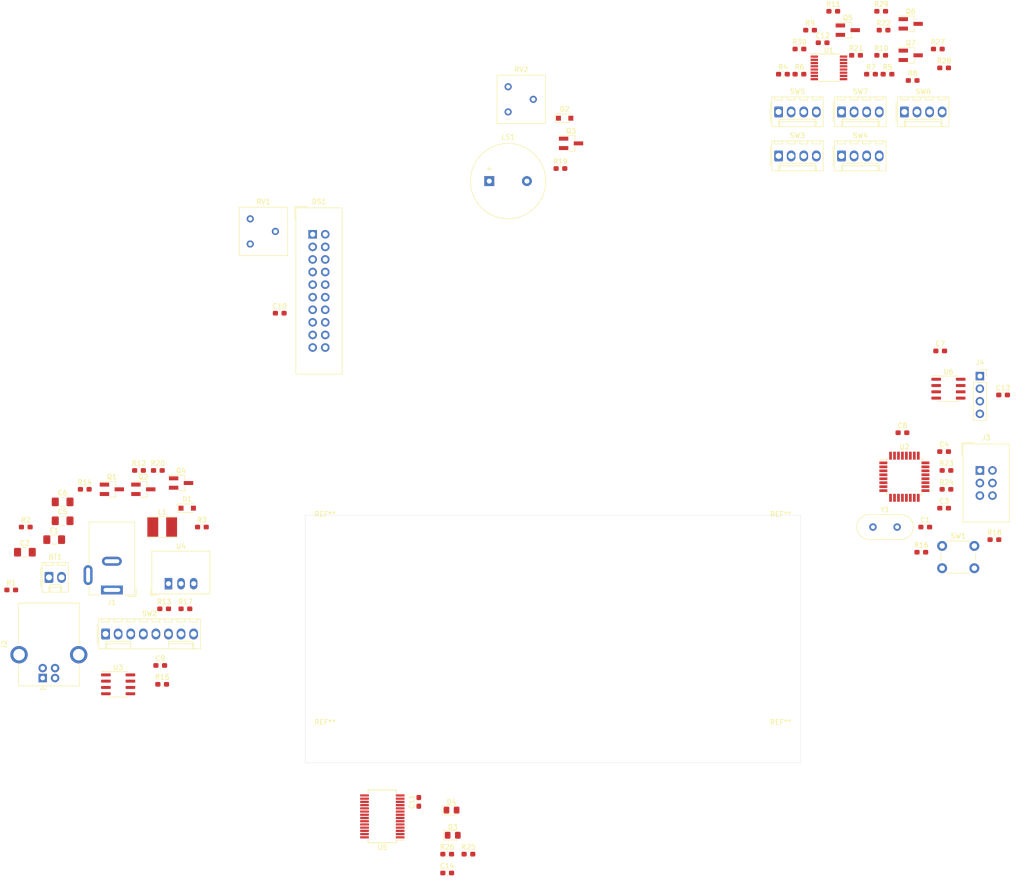
<source format=kicad_pcb>
(kicad_pcb (version 20171130) (host pcbnew "(5.1.5)-3")
  (title_block (date 2020-02-08))
  (layers (0 F.Cu signal) (31 B.Cu signal) (36 B.SilkS user) (37 F.SilkS user) (38 B.Mask user) (39 F.Mask user) (44 Edge.Cuts user))
  (net 0 "")
  (net 1 "Net-(BT1-Pad1)")
  (net 2 "Net-(BT1-Pad2)")
  (net 3 ~RST)
  (net 4 ~DTR)
  (net 5 BAT)
  (net 6 GND)
  (net 7 /XTAL1)
  (net 8 /XTAL2)
  (net 9 "Net-(C5-Pad1)")
  (net 10 "Net-(C6-Pad1)")
  (net 11 +5V)
  (net 12 +3V3)
  (net 13 "Net-(D1-Pad2)")
  (net 14 "Net-(D2-Pad1)")
  (net 15 /~TXLED)
  (net 16 "Net-(D3-Pad2)")
  (net 17 "Net-(D4-Pad2)")
  (net 18 /~RXLED)
  (net 19 "Net-(DS1-Pad3)")
  (net 20 LCD_RS)
  (net 21 LCD_E)
  (net 22 "Net-(DS1-Pad7)")
  (net 23 "Net-(DS1-Pad8)")
  (net 24 "Net-(DS1-Pad9)")
  (net 25 "Net-(DS1-Pad10)")
  (net 26 LCD_D4)
  (net 27 LCD_D5)
  (net 28 LCD_D6)
  (net 29 LCD_D7)
  (net 30 SCR_R+)
  (net 31 SCR_G+)
  (net 32 SCR_B+)
  (net 33 GNDS)
  (net 34 "Net-(J2-Pad1)")
  (net 35 USBD-)
  (net 36 USBD+)
  (net 37 "Net-(J2-Pad5)")
  (net 38 /MISO)
  (net 39 /SCLK)
  (net 40 /MOSI)
  (net 41 SDA)
  (net 42 SCL)
  (net 43 "Net-(Q2-Pad1)")
  (net 44 "Net-(Q3-Pad2)")
  (net 45 "Net-(Q3-Pad1)")
  (net 46 "Net-(Q4-Pad1)")
  (net 47 "Net-(Q4-Pad3)")
  (net 48 SCR_B-)
  (net 49 "Net-(Q5-Pad3)")
  (net 50 "Net-(Q6-Pad3)")
  (net 51 SCR_R-)
  (net 52 SCR_G-)
  (net 53 "Net-(Q7-Pad3)")
  (net 54 "Net-(R1-Pad1)")
  (net 55 "Net-(R4-Pad2)")
  (net 56 LED1)
  (net 57 "Net-(R5-Pad2)")
  (net 58 LED2)
  (net 59 LED3)
  (net 60 "Net-(R6-Pad2)")
  (net 61 "Net-(R7-Pad2)")
  (net 62 LED4)
  (net 63 LED5)
  (net 64 "Net-(R8-Pad2)")
  (net 65 "Net-(R9-Pad2)")
  (net 66 "Net-(R10-Pad2)")
  (net 67 "Net-(R11-Pad2)")
  (net 68 "Net-(R12-Pad1)")
  (net 69 "Net-(R14-Pad1)")
  (net 70 SPK)
  (net 71 PROG~EN)
  (net 72 USB~RST)
  (net 73 BTN1)
  (net 74 BTN2)
  (net 75 BTN3)
  (net 76 BTN4)
  (net 77 BTN5)
  (net 78 "Net-(U2-Pad20)")
  (net 79 "Net-(U2-Pad22)")
  (net 80 RXD)
  (net 81 TXD)
  (net 82 "Net-(U5-Pad3)")
  (net 83 "Net-(U5-Pad6)")
  (net 84 "Net-(U5-Pad9)")
  (net 85 "Net-(U5-Pad10)")
  (net 86 "Net-(U5-Pad12)")
  (net 87 "Net-(U5-Pad13)")
  (net 88 "Net-(U5-Pad14)")
  (net 89 "Net-(U5-Pad27)")
  (net 90 "Net-(U5-Pad28)")
  (module MountingHole:MountingHole_3.2mm_M3 (layer F.Cu) (at 196 74)
    (fp_text reference REF** (at 0 -4.2) (layer F.SilkS))
    (fp_text value MountingHole_3.2mm_M3)
    (pad 1 np_thru_hole circle (at 0 0) (size 3.2 3.2) (drill 3.2) (layers *.Cu *.Mask))
  )
  (module MountingHole:MountingHole_3.2mm_M3 (layer F.Cu) (at 196 116)
    (fp_text reference REF** (at 0 -4.2) (layer F.SilkS))
    (fp_text value MountingHole_3.2mm_M3)
    (pad 1 np_thru_hole circle (at 0 0) (size 3.2 3.2) (drill 3.2) (layers *.Cu *.Mask))
  )
  (module MountingHole:MountingHole_3.2mm_M3 (layer F.Cu) (at 104 116)
    (fp_text reference REF** (at 0 -4.2) (layer F.SilkS))
    (fp_text value MountingHole_3.2mm_M3)
    (pad 1 np_thru_hole circle (at 0 0) (size 3.2 3.2) (drill 3.2) (layers *.Cu *.Mask))
  )
  (module MountingHole:MountingHole_3.2mm_M3 (layer F.Cu) (at 104 74)
    (fp_text reference REF** (at 0 -4.2) (layer F.SilkS))
    (fp_text value MountingHole_3.2mm_M3)
    (pad 1 np_thru_hole circle (at 0 0) (size 3.2 3.2) (drill 3.2) (layers *.Cu *.Mask))
  )
  (module Connector_Molex:Molex_KK-254_AE-6410-02A_1x02_P2.54mm_Vertical (layer F.Cu) (at 48.26 82.55)
    (fp_text reference BT1 (at 1.27 -4.12) (layer F.SilkS))
    (fp_text value BX0023)
    (pad 1 thru_hole roundrect (at 0 0) (size 1.74 2.2) (drill 1.2) (layers *.Cu *.Mask) (roundrect_rratio 0.143678) (net 1 "Net-(BT1-Pad1)"))
    (pad 2 thru_hole oval (at 2.54 0) (size 1.74 2.2) (drill 1.2) (layers *.Cu *.Mask) (net 2 "Net-(BT1-Pad2)"))
  )
  (module Capacitor_SMD:C_0603_1608Metric_Pad1.05x0.95mm_HandSolder (layer F.Cu) (at 225.185 72.39)
    (fp_text reference C1 (at 0 -1.43) (layer F.SilkS))
    (fp_text value 100n)
    (pad 2 smd roundrect (at 0.875 0) (size 1.05 0.95) (layers F.Cu F.Paste F.Mask) (net 3 ~RST))
    (pad 1 smd roundrect (at -0.875 0) (size 1.05 0.95) (layers F.Cu F.Paste F.Mask) (net 4 ~DTR))
  )
  (module Capacitor_SMD:C_1206_3216Metric_Pad1.42x1.75mm_HandSolder (layer F.Cu) (at 43.3975 77.47)
    (fp_text reference C2 (at 0 -1.82) (layer F.SilkS))
    (fp_text value 10u)
    (pad 1 smd roundrect (at -1.4875 0) (size 1.425 1.75) (layers F.Cu F.Paste F.Mask) (roundrect_rratio 0.175439) (net 5 BAT))
    (pad 2 smd roundrect (at 1.4875 0) (size 1.425 1.75) (layers F.Cu F.Paste F.Mask) (roundrect_rratio 0.175439) (net 6 GND))
  )
  (module Capacitor_SMD:C_0603_1608Metric_Pad1.05x0.95mm_HandSolder (layer F.Cu) (at 228.995 68.58)
    (fp_text reference C3 (at 0 -1.43) (layer F.SilkS))
    (fp_text value 22p)
    (pad 1 smd roundrect (at -0.875 0) (size 1.05 0.95) (layers F.Cu F.Paste F.Mask) (net 6 GND))
    (pad 2 smd roundrect (at 0.875 0) (size 1.05 0.95) (layers F.Cu F.Paste F.Mask) (net 7 /XTAL1))
  )
  (module Capacitor_SMD:C_0603_1608Metric_Pad1.05x0.95mm_HandSolder (layer F.Cu) (at 228.995 57.15)
    (fp_text reference C4 (at 0 -1.43) (layer F.SilkS))
    (fp_text value 22p)
    (pad 2 smd roundrect (at 0.875 0) (size 1.05 0.95) (layers F.Cu F.Paste F.Mask) (net 8 /XTAL2))
    (pad 1 smd roundrect (at -0.875 0) (size 1.05 0.95) (layers F.Cu F.Paste F.Mask) (net 6 GND))
  )
  (module Capacitor_SMD:C_1206_3216Metric_Pad1.42x1.75mm_HandSolder (layer F.Cu) (at 51.0175 71.12)
    (fp_text reference C5 (at 0 -1.82) (layer F.SilkS))
    (fp_text value 4.7u)
    (pad 1 smd roundrect (at -1.4875 0) (size 1.425 1.75) (layers F.Cu F.Paste F.Mask) (roundrect_rratio 0.175439) (net 9 "Net-(C5-Pad1)"))
    (pad 2 smd roundrect (at 1.4875 0) (size 1.425 1.75) (layers F.Cu F.Paste F.Mask) (roundrect_rratio 0.175439) (net 6 GND))
  )
  (module Capacitor_SMD:C_1206_3216Metric_Pad1.42x1.75mm_HandSolder (layer F.Cu) (at 51.0175 67.31)
    (fp_text reference C6 (at 0 -1.82) (layer F.SilkS))
    (fp_text value 10u)
    (pad 2 smd roundrect (at 1.4875 0) (size 1.425 1.75) (layers F.Cu F.Paste F.Mask) (roundrect_rratio 0.175439) (net 6 GND))
    (pad 1 smd roundrect (at -1.4875 0) (size 1.425 1.75) (layers F.Cu F.Paste F.Mask) (roundrect_rratio 0.175439) (net 10 "Net-(C6-Pad1)"))
  )
  (module Capacitor_SMD:C_0603_1608Metric_Pad1.05x0.95mm_HandSolder (layer F.Cu) (at 228.205 36.83)
    (fp_text reference C7 (at 0 -1.43) (layer F.SilkS))
    (fp_text value 100n)
    (pad 1 smd roundrect (at -0.875 0) (size 1.05 0.95) (layers F.Cu F.Paste F.Mask) (net 11 +5V))
    (pad 2 smd roundrect (at 0.875 0) (size 1.05 0.95) (layers F.Cu F.Paste F.Mask) (net 6 GND))
  )
  (module Capacitor_SMD:C_0603_1608Metric_Pad1.05x0.95mm_HandSolder (layer F.Cu) (at 220.585 53.34)
    (fp_text reference C8 (at 0 -1.43) (layer F.SilkS))
    (fp_text value 100n)
    (pad 2 smd roundrect (at 0.875 0) (size 1.05 0.95) (layers F.Cu F.Paste F.Mask) (net 6 GND))
    (pad 1 smd roundrect (at -0.875 0) (size 1.05 0.95) (layers F.Cu F.Paste F.Mask) (net 11 +5V))
  )
  (module Capacitor_SMD:C_0603_1608Metric_Pad1.05x0.95mm_HandSolder (layer F.Cu) (at 70.725 100.33)
    (fp_text reference C9 (at 0 -1.43) (layer F.SilkS))
    (fp_text value 100n)
    (pad 2 smd roundrect (at 0.875 0) (size 1.05 0.95) (layers F.Cu F.Paste F.Mask) (net 6 GND))
    (pad 1 smd roundrect (at -0.875 0) (size 1.05 0.95) (layers F.Cu F.Paste F.Mask) (net 11 +5V))
  )
  (module Capacitor_SMD:C_0603_1608Metric_Pad1.05x0.95mm_HandSolder (layer F.Cu) (at 94.855 29.21)
    (fp_text reference C10 (at 0 -1.43) (layer F.SilkS))
    (fp_text value 100n)
    (pad 1 smd roundrect (at -0.875 0) (size 1.05 0.95) (layers F.Cu F.Paste F.Mask) (net 11 +5V))
    (pad 2 smd roundrect (at 0.875 0) (size 1.05 0.95) (layers F.Cu F.Paste F.Mask) (net 6 GND))
  )
  (module Capacitor_SMD:C_0603_1608Metric_Pad1.05x0.95mm_HandSolder (layer F.Cu) (at 122.936 127.875 90)
    (fp_text reference C11 (at 0 -1.43 90) (layer F.SilkS))
    (fp_text value 100n)
    (pad 1 smd roundrect (at -0.875 0 90) (size 1.05 0.95) (layers F.Cu F.Paste F.Mask) (net 11 +5V))
    (pad 2 smd roundrect (at 0.875 0 90) (size 1.05 0.95) (layers F.Cu F.Paste F.Mask) (net 6 GND))
  )
  (module Capacitor_SMD:C_0603_1608Metric_Pad1.05x0.95mm_HandSolder (layer F.Cu) (at 204.47 -25.4)
    (fp_text reference C12 (at 0 -1.43) (layer F.SilkS))
    (fp_text value 100n)
    (pad 1 smd roundrect (at -0.875 0) (size 1.05 0.95) (layers F.Cu F.Paste F.Mask) (net 11 +5V))
    (pad 2 smd roundrect (at 0.875 0) (size 1.05 0.95) (layers F.Cu F.Paste F.Mask) (net 6 GND))
  )
  (module Capacitor_SMD:C_0603_1608Metric_Pad1.05x0.95mm_HandSolder (layer F.Cu) (at 240.905 45.72)
    (fp_text reference C13 (at 0 -1.43) (layer F.SilkS))
    (fp_text value 100n)
    (pad 2 smd roundrect (at 0.875 0) (size 1.05 0.95) (layers F.Cu F.Paste F.Mask) (net 6 GND))
    (pad 1 smd roundrect (at -0.875 0) (size 1.05 0.95) (layers F.Cu F.Paste F.Mask) (net 11 +5V))
  )
  (module Capacitor_SMD:C_0603_1608Metric_Pad1.05x0.95mm_HandSolder (layer F.Cu) (at 128.665 142.24)
    (fp_text reference C14 (at 0 -1.43) (layer F.SilkS))
    (fp_text value 100n)
    (pad 1 smd roundrect (at -0.875 0) (size 1.05 0.95) (layers F.Cu F.Paste F.Mask) (net 12 +3V3))
    (pad 2 smd roundrect (at 0.875 0) (size 1.05 0.95) (layers F.Cu F.Paste F.Mask) (net 6 GND))
  )
  (module Diode_SMD:D_SOD-323_HandSoldering (layer F.Cu) (at 76.18 68.58)
    (fp_text reference D1 (at 0 -1.85) (layer F.SilkS))
    (fp_text value MM3Z7V5ST1G)
    (pad 1 smd rect (at -1.25 0) (size 1 1) (layers F.Cu F.Paste F.Mask) (net 5 BAT))
    (pad 2 smd rect (at 1.25 0) (size 1 1) (layers F.Cu F.Paste F.Mask) (net 13 "Net-(D1-Pad2)"))
  )
  (module Diode_SMD:D_SOD-323_HandSoldering (layer F.Cu) (at 152.38 -10.16)
    (fp_text reference D2 (at 0 -1.85) (layer F.SilkS))
    (fp_text value SS16HE)
    (pad 2 smd rect (at 1.25 0) (size 1 1) (layers F.Cu F.Paste F.Mask) (net 6 GND))
    (pad 1 smd rect (at -1.25 0) (size 1 1) (layers F.Cu F.Paste F.Mask) (net 14 "Net-(D2-Pad1)"))
  )
  (module LED_SMD:LED_0805_2012Metric_Pad1.15x1.40mm_HandSolder (layer F.Cu) (at 129.785 134.62)
    (fp_text reference D3 (at 0 -1.65) (layer F.SilkS))
    (fp_text value LTST-C171KRKT)
    (pad 1 smd roundrect (at -1.025 0) (size 1.15 1.4) (layers F.Cu F.Paste F.Mask) (roundrect_rratio 0.217391) (net 15 /~TXLED))
    (pad 2 smd roundrect (at 1.025 0) (size 1.15 1.4) (layers F.Cu F.Paste F.Mask) (roundrect_rratio 0.217391) (net 16 "Net-(D3-Pad2)"))
  )
  (module LED_SMD:LED_0805_2012Metric_Pad1.15x1.40mm_HandSolder (layer F.Cu) (at 129.54 129.54)
    (fp_text reference D4 (at 0 -1.65) (layer F.SilkS))
    (fp_text value LTSTS-C171KGKT)
    (pad 2 smd roundrect (at 1.025 0) (size 1.15 1.4) (layers F.Cu F.Paste F.Mask) (roundrect_rratio 0.217391) (net 17 "Net-(D4-Pad2)"))
    (pad 1 smd roundrect (at -1.025 0) (size 1.15 1.4) (layers F.Cu F.Paste F.Mask) (roundrect_rratio 0.217391) (net 18 /~RXLED))
  )
  (module Connector_IDC:IDC-Header_2x10_P2.54mm_Vertical (layer F.Cu) (at 101.505001 13.280001)
    (fp_text reference DS1 (at 1.27 -6.604) (layer F.SilkS))
    (fp_text value "NHD-0216K1Z-FS(RGB)-FBW-REV1")
    (pad 1 thru_hole rect (at 0 0) (size 1.7272 1.7272) (drill 1.016) (layers *.Cu *.Mask) (net 6 GND))
    (pad 2 thru_hole oval (at 2.54 0) (size 1.7272 1.7272) (drill 1.016) (layers *.Cu *.Mask) (net 11 +5V))
    (pad 3 thru_hole oval (at 0 2.54) (size 1.7272 1.7272) (drill 1.016) (layers *.Cu *.Mask) (net 19 "Net-(DS1-Pad3)"))
    (pad 4 thru_hole oval (at 2.54 2.54) (size 1.7272 1.7272) (drill 1.016) (layers *.Cu *.Mask) (net 20 LCD_RS))
    (pad 5 thru_hole oval (at 0 5.08) (size 1.7272 1.7272) (drill 1.016) (layers *.Cu *.Mask) (net 6 GND))
    (pad 6 thru_hole oval (at 2.54 5.08) (size 1.7272 1.7272) (drill 1.016) (layers *.Cu *.Mask) (net 21 LCD_E))
    (pad 7 thru_hole oval (at 0 7.62) (size 1.7272 1.7272) (drill 1.016) (layers *.Cu *.Mask) (net 22 "Net-(DS1-Pad7)"))
    (pad 8 thru_hole oval (at 2.54 7.62) (size 1.7272 1.7272) (drill 1.016) (layers *.Cu *.Mask) (net 23 "Net-(DS1-Pad8)"))
    (pad 9 thru_hole oval (at 0 10.16) (size 1.7272 1.7272) (drill 1.016) (layers *.Cu *.Mask) (net 24 "Net-(DS1-Pad9)"))
    (pad 10 thru_hole oval (at 2.54 10.16) (size 1.7272 1.7272) (drill 1.016) (layers *.Cu *.Mask) (net 25 "Net-(DS1-Pad10)"))
    (pad 11 thru_hole oval (at 0 12.7) (size 1.7272 1.7272) (drill 1.016) (layers *.Cu *.Mask) (net 26 LCD_D4))
    (pad 12 thru_hole oval (at 2.54 12.7) (size 1.7272 1.7272) (drill 1.016) (layers *.Cu *.Mask) (net 27 LCD_D5))
    (pad 13 thru_hole oval (at 0 15.24) (size 1.7272 1.7272) (drill 1.016) (layers *.Cu *.Mask) (net 28 LCD_D6))
    (pad 14 thru_hole oval (at 2.54 15.24) (size 1.7272 1.7272) (drill 1.016) (layers *.Cu *.Mask) (net 29 LCD_D7))
    (pad 15 thru_hole oval (at 0 17.78) (size 1.7272 1.7272) (drill 1.016) (layers *.Cu *.Mask) (net 6 GND))
    (pad 16 thru_hole oval (at 2.54 17.78) (size 1.7272 1.7272) (drill 1.016) (layers *.Cu *.Mask) (net 30 SCR_R+))
    (pad 17 thru_hole oval (at 0 20.32) (size 1.7272 1.7272) (drill 1.016) (layers *.Cu *.Mask) (net 31 SCR_G+))
    (pad 18 thru_hole oval (at 2.54 20.32) (size 1.7272 1.7272) (drill 1.016) (layers *.Cu *.Mask) (net 32 SCR_B+))
    (pad 19 thru_hole oval (at 0 22.86) (size 1.7272 1.7272) (drill 1.016) (layers *.Cu *.Mask))
    (pad 20 thru_hole oval (at 2.54 22.86) (size 1.7272 1.7272) (drill 1.016) (layers *.Cu *.Mask))
  )
  (module Fuse:Fuse_1206_3216Metric_Pad1.42x1.75mm_HandSolder (layer F.Cu) (at 49.3125 74.93)
    (fp_text reference F1 (at 0 -1.82) (layer F.SilkS))
    (fp_text value 0ZCJ0025AF2E)
    (pad 1 smd roundrect (at -1.4875 0) (size 1.425 1.75) (layers F.Cu F.Paste F.Mask) (roundrect_rratio 0.175439) (net 11 +5V))
    (pad 2 smd roundrect (at 1.4875 0) (size 1.425 1.75) (layers F.Cu F.Paste F.Mask) (roundrect_rratio 0.175439) (net 10 "Net-(C6-Pad1)"))
  )
  (module Connector_BarrelJack:BarrelJack_Wuerth_6941xx301002 (layer F.Cu) (at 60.96 85.09 180)
    (fp_text reference J1 (at 0 -2.5) (layer F.SilkS))
    (fp_text value 694106301002)
    (pad 3 thru_hole oval (at 4.8 3 270) (size 4 1.8) (drill oval 3 0.8) (layers *.Cu *.Mask) (net 2 "Net-(BT1-Pad2)"))
    (pad 2 thru_hole oval (at 0 5.8 180) (size 4 1.8) (drill oval 3 0.8) (layers *.Cu *.Mask) (net 33 GNDS))
    (pad 1 thru_hole rect (at 0 0 180) (size 4.4 1.8) (drill oval 3.4 0.8) (layers *.Cu *.Mask) (net 1 "Net-(BT1-Pad1)"))
  )
  (module Connector_USB:USB_B_OST_USB-B1HSxx_Horizontal (layer F.Cu) (at 46.99 102.87 90)
    (fp_text reference J2 (at 6.76 -7.77 90) (layer F.SilkS))
    (fp_text value UJ2-BH-1-TH)
    (pad 1 thru_hole rect (at 0 0 90) (size 1.7 1.7) (drill 0.92) (layers *.Cu *.Mask) (net 34 "Net-(J2-Pad1)"))
    (pad 2 thru_hole circle (at 0 2.5 90) (size 1.7 1.7) (drill 0.92) (layers *.Cu *.Mask) (net 35 USBD-))
    (pad 3 thru_hole circle (at 2 2.5 90) (size 1.7 1.7) (drill 0.92) (layers *.Cu *.Mask) (net 36 USBD+))
    (pad 4 thru_hole circle (at 2 0 90) (size 1.7 1.7) (drill 0.92) (layers *.Cu *.Mask) (net 33 GNDS))
    (pad 5 thru_hole circle (at 4.71 -4.77 90) (size 3.5 3.5) (drill 2.33) (layers *.Cu *.Mask) (net 37 "Net-(J2-Pad5)"))
    (pad 5 thru_hole circle (at 4.71 7.27 90) (size 3.5 3.5) (drill 2.33) (layers *.Cu *.Mask) (net 37 "Net-(J2-Pad5)"))
  )
  (module Connector_IDC:IDC-Header_2x03_P2.54mm_Vertical (layer F.Cu) (at 236.22 60.96)
    (fp_text reference J3 (at 1.27 -6.604) (layer F.SilkS))
    (fp_text value T821106A1S100CEU)
    (pad 1 thru_hole rect (at 0 0) (size 1.7272 1.7272) (drill 1.016) (layers *.Cu *.Mask) (net 38 /MISO))
    (pad 2 thru_hole oval (at 2.54 0) (size 1.7272 1.7272) (drill 1.016) (layers *.Cu *.Mask) (net 11 +5V))
    (pad 3 thru_hole oval (at 0 2.54) (size 1.7272 1.7272) (drill 1.016) (layers *.Cu *.Mask) (net 39 /SCLK))
    (pad 4 thru_hole oval (at 2.54 2.54) (size 1.7272 1.7272) (drill 1.016) (layers *.Cu *.Mask) (net 40 /MOSI))
    (pad 5 thru_hole oval (at 0 5.08) (size 1.7272 1.7272) (drill 1.016) (layers *.Cu *.Mask) (net 3 ~RST))
    (pad 6 thru_hole oval (at 2.54 5.08) (size 1.7272 1.7272) (drill 1.016) (layers *.Cu *.Mask) (net 6 GND))
  )
  (module Connector_PinSocket_2.54mm:PinSocket_1x04_P2.54mm_Vertical (layer F.Cu) (at 236.22 41.91)
    (fp_text reference J4 (at 0 -2.77) (layer F.SilkS))
    (fp_text value SSW-104-01-T-S)
    (pad 1 thru_hole rect (at 0 0) (size 1.7 1.7) (drill 1) (layers *.Cu *.Mask) (net 11 +5V))
    (pad 2 thru_hole oval (at 0 2.54) (size 1.7 1.7) (drill 1) (layers *.Cu *.Mask) (net 41 SDA))
    (pad 3 thru_hole oval (at 0 5.08) (size 1.7 1.7) (drill 1) (layers *.Cu *.Mask) (net 42 SCL))
    (pad 4 thru_hole oval (at 0 7.62) (size 1.7 1.7) (drill 1) (layers *.Cu *.Mask) (net 6 GND))
  )
  (module Inductor_SMD:L_Taiyo-Yuden_NR-40xx_HandSoldering (layer F.Cu) (at 71.12 72.39)
    (fp_text reference L1 (at 0 -3) (layer F.SilkS))
    (fp_text value 12u)
    (pad 1 smd rect (at -1.9 0) (size 2.2 3.9) (layers F.Cu F.Paste F.Mask) (net 5 BAT))
    (pad 2 smd rect (at 1.9 0) (size 2.2 3.9) (layers F.Cu F.Paste F.Mask) (net 9 "Net-(C5-Pad1)"))
  )
  (module Buzzer_Beeper:Buzzer_15x7.5RM7.6 (layer F.Cu) (at 137.16 2.54)
    (fp_text reference LS1 (at 3.81 -8.89) (layer F.SilkS))
    (fp_text value CVS-1508)
    (fp_text user + (at -0.01 -2.54) (layer F.SilkS))
    (pad 1 thru_hole rect (at 0 0) (size 2 2) (drill 1) (layers *.Cu *.Mask) (net 14 "Net-(D2-Pad1)"))
    (pad 2 thru_hole circle (at 7.6 0) (size 2 2) (drill 1) (layers *.Cu *.Mask) (net 6 GND))
  )
  (module Package_TO_SOT_SMD:SOT-23_Handsoldering (layer F.Cu) (at 60.96 64.77)
    (fp_text reference Q1 (at 0 -2.5) (layer F.SilkS))
    (fp_text value FDN340P)
    (pad 3 smd rect (at 1.5 0) (size 1.9 0.8) (layers F.Cu F.Paste F.Mask) (net 1 "Net-(BT1-Pad1)"))
    (pad 2 smd rect (at -1.5 0.95) (size 1.9 0.8) (layers F.Cu F.Paste F.Mask) (net 5 BAT))
    (pad 1 smd rect (at -1.5 -0.95) (size 1.9 0.8) (layers F.Cu F.Paste F.Mask) (net 13 "Net-(D1-Pad2)"))
  )
  (module Package_TO_SOT_SMD:SOT-23_Handsoldering (layer F.Cu) (at 67.31 64.77)
    (fp_text reference Q2 (at 0 -2.5) (layer F.SilkS))
    (fp_text value FDN340P)
    (pad 1 smd rect (at -1.5 -0.95) (size 1.9 0.8) (layers F.Cu F.Paste F.Mask) (net 43 "Net-(Q2-Pad1)"))
    (pad 2 smd rect (at -1.5 0.95) (size 1.9 0.8) (layers F.Cu F.Paste F.Mask) (net 10 "Net-(C6-Pad1)"))
    (pad 3 smd rect (at 1.5 0) (size 1.9 0.8) (layers F.Cu F.Paste F.Mask) (net 34 "Net-(J2-Pad1)"))
  )
  (module Package_TO_SOT_SMD:SOT-23_Handsoldering (layer F.Cu) (at 153.67 -5.08)
    (fp_text reference Q3 (at 0 -2.5) (layer F.SilkS))
    (fp_text value MMBT2222ALT1G)
    (pad 3 smd rect (at 1.5 0) (size 1.9 0.8) (layers F.Cu F.Paste F.Mask) (net 11 +5V))
    (pad 2 smd rect (at -1.5 0.95) (size 1.9 0.8) (layers F.Cu F.Paste F.Mask) (net 44 "Net-(Q3-Pad2)"))
    (pad 1 smd rect (at -1.5 -0.95) (size 1.9 0.8) (layers F.Cu F.Paste F.Mask) (net 45 "Net-(Q3-Pad1)"))
  )
  (module Package_TO_SOT_SMD:SOT-23_Handsoldering (layer F.Cu) (at 74.93 63.5)
    (fp_text reference Q4 (at 0 -2.5) (layer F.SilkS))
    (fp_text value FDN340P)
    (pad 1 smd rect (at -1.5 -0.95) (size 1.9 0.8) (layers F.Cu F.Paste F.Mask) (net 46 "Net-(Q4-Pad1)"))
    (pad 2 smd rect (at -1.5 0.95) (size 1.9 0.8) (layers F.Cu F.Paste F.Mask) (net 10 "Net-(C6-Pad1)"))
    (pad 3 smd rect (at 1.5 0) (size 1.9 0.8) (layers F.Cu F.Paste F.Mask) (net 47 "Net-(Q4-Pad3)"))
  )
  (module Package_TO_SOT_SMD:SOT-23_Handsoldering (layer F.Cu) (at 209.55 -27.94)
    (fp_text reference Q5 (at 0 -2.5) (layer F.SilkS))
    (fp_text value FDN340P)
    (pad 1 smd rect (at -1.5 -0.95) (size 1.9 0.8) (layers F.Cu F.Paste F.Mask) (net 48 SCR_B-))
    (pad 2 smd rect (at -1.5 0.95) (size 1.9 0.8) (layers F.Cu F.Paste F.Mask) (net 11 +5V))
    (pad 3 smd rect (at 1.5 0) (size 1.9 0.8) (layers F.Cu F.Paste F.Mask) (net 49 "Net-(Q5-Pad3)"))
  )
  (module Package_TO_SOT_SMD:SOT-23_Handsoldering (layer F.Cu) (at 222.25 -29.21)
    (fp_text reference Q6 (at 0 -2.5) (layer F.SilkS))
    (fp_text value FDN340P)
    (pad 3 smd rect (at 1.5 0) (size 1.9 0.8) (layers F.Cu F.Paste F.Mask) (net 50 "Net-(Q6-Pad3)"))
    (pad 2 smd rect (at -1.5 0.95) (size 1.9 0.8) (layers F.Cu F.Paste F.Mask) (net 11 +5V))
    (pad 1 smd rect (at -1.5 -0.95) (size 1.9 0.8) (layers F.Cu F.Paste F.Mask) (net 51 SCR_R-))
  )
  (module Package_TO_SOT_SMD:SOT-23_Handsoldering (layer F.Cu) (at 222.25 -22.86)
    (fp_text reference Q7 (at 0 -2.5) (layer F.SilkS))
    (fp_text value FDN340P)
    (pad 1 smd rect (at -1.5 -0.95) (size 1.9 0.8) (layers F.Cu F.Paste F.Mask) (net 52 SCR_G-))
    (pad 2 smd rect (at -1.5 0.95) (size 1.9 0.8) (layers F.Cu F.Paste F.Mask) (net 11 +5V))
    (pad 3 smd rect (at 1.5 0) (size 1.9 0.8) (layers F.Cu F.Paste F.Mask) (net 53 "Net-(Q7-Pad3)"))
  )
  (module Resistor_SMD:R_0603_1608Metric_Pad1.05x0.95mm_HandSolder (layer F.Cu) (at 40.64 85.09)
    (fp_text reference R1 (at 0 -1.43) (layer F.SilkS))
    (fp_text value 8.2k)
    (pad 1 smd roundrect (at -0.875 0) (size 1.05 0.95) (layers F.Cu F.Paste F.Mask) (net 54 "Net-(R1-Pad1)"))
    (pad 2 smd roundrect (at 0.875 0) (size 1.05 0.95) (layers F.Cu F.Paste F.Mask) (net 5 BAT))
  )
  (module Resistor_SMD:R_0603_1608Metric_Pad1.05x0.95mm_HandSolder (layer F.Cu) (at 43.575 72.39)
    (fp_text reference R2 (at 0 -1.43) (layer F.SilkS))
    (fp_text value 4.7k)
    (pad 2 smd roundrect (at 0.875 0) (size 1.05 0.95) (layers F.Cu F.Paste F.Mask) (net 54 "Net-(R1-Pad1)"))
    (pad 1 smd roundrect (at -0.875 0) (size 1.05 0.95) (layers F.Cu F.Paste F.Mask) (net 6 GND))
  )
  (module Resistor_SMD:R_0603_1608Metric_Pad1.05x0.95mm_HandSolder (layer F.Cu) (at 79.135 72.39)
    (fp_text reference R3 (at 0 -1.43) (layer F.SilkS))
    (fp_text value 100k)
    (pad 2 smd roundrect (at 0.875 0) (size 1.05 0.95) (layers F.Cu F.Paste F.Mask) (net 13 "Net-(D1-Pad2)"))
    (pad 1 smd roundrect (at -0.875 0) (size 1.05 0.95) (layers F.Cu F.Paste F.Mask) (net 6 GND))
  )
  (module Resistor_SMD:R_0603_1608Metric_Pad1.05x0.95mm_HandSolder (layer F.Cu) (at 196.455 -19.05)
    (fp_text reference R4 (at 0 -1.43) (layer F.SilkS))
    (fp_text value 120)
    (pad 2 smd roundrect (at 0.875 0) (size 1.05 0.95) (layers F.Cu F.Paste F.Mask) (net 55 "Net-(R4-Pad2)"))
    (pad 1 smd roundrect (at -0.875 0) (size 1.05 0.95) (layers F.Cu F.Paste F.Mask) (net 56 LED1))
  )
  (module Resistor_SMD:R_0603_1608Metric_Pad1.05x0.95mm_HandSolder (layer F.Cu) (at 217.565 -19.05)
    (fp_text reference R5 (at 0 -1.43) (layer F.SilkS))
    (fp_text value 120)
    (pad 2 smd roundrect (at 0.875 0) (size 1.05 0.95) (layers F.Cu F.Paste F.Mask) (net 57 "Net-(R5-Pad2)"))
    (pad 1 smd roundrect (at -0.875 0) (size 1.05 0.95) (layers F.Cu F.Paste F.Mask) (net 58 LED2))
  )
  (module Resistor_SMD:R_0603_1608Metric_Pad1.05x0.95mm_HandSolder (layer F.Cu) (at 199.785 -19.05)
    (fp_text reference R6 (at 0 -1.43) (layer F.SilkS))
    (fp_text value 120)
    (pad 1 smd roundrect (at -0.875 0) (size 1.05 0.95) (layers F.Cu F.Paste F.Mask) (net 59 LED3))
    (pad 2 smd roundrect (at 0.875 0) (size 1.05 0.95) (layers F.Cu F.Paste F.Mask) (net 60 "Net-(R6-Pad2)"))
  )
  (module Resistor_SMD:R_0603_1608Metric_Pad1.05x0.95mm_HandSolder (layer F.Cu) (at 214.235 -19.05)
    (fp_text reference R7 (at 0 -1.43) (layer F.SilkS))
    (fp_text value 120)
    (pad 2 smd roundrect (at 0.875 0) (size 1.05 0.95) (layers F.Cu F.Paste F.Mask) (net 61 "Net-(R7-Pad2)"))
    (pad 1 smd roundrect (at -0.875 0) (size 1.05 0.95) (layers F.Cu F.Paste F.Mask) (net 62 LED4))
  )
  (module Resistor_SMD:R_0603_1608Metric_Pad1.05x0.95mm_HandSolder (layer F.Cu) (at 222.645 -17.78)
    (fp_text reference R8 (at 0 -1.43) (layer F.SilkS))
    (fp_text value 120)
    (pad 1 smd roundrect (at -0.875 0) (size 1.05 0.95) (layers F.Cu F.Paste F.Mask) (net 63 LED5))
    (pad 2 smd roundrect (at 0.875 0) (size 1.05 0.95) (layers F.Cu F.Paste F.Mask) (net 64 "Net-(R8-Pad2)"))
  )
  (module Resistor_SMD:R_0603_1608Metric_Pad1.05x0.95mm_HandSolder (layer F.Cu) (at 201.93 -27.94)
    (fp_text reference R9 (at 0 -1.43) (layer F.SilkS))
    (fp_text value 0)
    (pad 1 smd roundrect (at -0.875 0) (size 1.05 0.95) (layers F.Cu F.Paste F.Mask) (net 51 SCR_R-))
    (pad 2 smd roundrect (at 0.875 0) (size 1.05 0.95) (layers F.Cu F.Paste F.Mask) (net 65 "Net-(R9-Pad2)"))
  )
  (module Resistor_SMD:R_0603_1608Metric_Pad1.05x0.95mm_HandSolder (layer F.Cu) (at 216.295 -22.86)
    (fp_text reference R10 (at 0 -1.43) (layer F.SilkS))
    (fp_text value 0)
    (pad 2 smd roundrect (at 0.875 0) (size 1.05 0.95) (layers F.Cu F.Paste F.Mask) (net 66 "Net-(R10-Pad2)"))
    (pad 1 smd roundrect (at -0.875 0) (size 1.05 0.95) (layers F.Cu F.Paste F.Mask) (net 52 SCR_G-))
  )
  (module Resistor_SMD:R_0603_1608Metric_Pad1.05x0.95mm_HandSolder (layer F.Cu) (at 206.615 -31.75)
    (fp_text reference R11 (at 0 -1.43) (layer F.SilkS))
    (fp_text value 0)
    (pad 1 smd roundrect (at -0.875 0) (size 1.05 0.95) (layers F.Cu F.Paste F.Mask) (net 48 SCR_B-))
    (pad 2 smd roundrect (at 0.875 0) (size 1.05 0.95) (layers F.Cu F.Paste F.Mask) (net 67 "Net-(R11-Pad2)"))
  )
  (module Resistor_SMD:R_0603_1608Metric_Pad1.05x0.95mm_HandSolder (layer F.Cu) (at 66.435 60.96)
    (fp_text reference R12 (at 0 -1.43) (layer F.SilkS))
    (fp_text value 68k)
    (pad 2 smd roundrect (at 0.875 0) (size 1.05 0.95) (layers F.Cu F.Paste F.Mask) (net 5 BAT))
    (pad 1 smd roundrect (at -0.875 0) (size 1.05 0.95) (layers F.Cu F.Paste F.Mask) (net 68 "Net-(R12-Pad1)"))
  )
  (module Resistor_SMD:R_0603_1608Metric_Pad1.05x0.95mm_HandSolder (layer F.Cu) (at 71.515 88.9)
    (fp_text reference R13 (at 0 -1.43) (layer F.SilkS))
    (fp_text value 100k)
    (pad 1 smd roundrect (at -0.875 0) (size 1.05 0.95) (layers F.Cu F.Paste F.Mask) (net 6 GND))
    (pad 2 smd roundrect (at 0.875 0) (size 1.05 0.95) (layers F.Cu F.Paste F.Mask) (net 68 "Net-(R12-Pad1)"))
  )
  (module Resistor_SMD:R_0603_1608Metric_Pad1.05x0.95mm_HandSolder (layer F.Cu) (at 55.485 64.77)
    (fp_text reference R14 (at 0 -1.43) (layer F.SilkS))
    (fp_text value 82k)
    (pad 1 smd roundrect (at -0.875 0) (size 1.05 0.95) (layers F.Cu F.Paste F.Mask) (net 69 "Net-(R14-Pad1)"))
    (pad 2 smd roundrect (at 0.875 0) (size 1.05 0.95) (layers F.Cu F.Paste F.Mask) (net 5 BAT))
  )
  (module Resistor_SMD:R_0603_1608Metric_Pad1.05x0.95mm_HandSolder (layer F.Cu) (at 71.12 104.14)
    (fp_text reference R15 (at 0 -1.43) (layer F.SilkS))
    (fp_text value 100k)
    (pad 2 smd roundrect (at 0.875 0) (size 1.05 0.95) (layers F.Cu F.Paste F.Mask) (net 69 "Net-(R14-Pad1)"))
    (pad 1 smd roundrect (at -0.875 0) (size 1.05 0.95) (layers F.Cu F.Paste F.Mask) (net 6 GND))
  )
  (module Resistor_SMD:R_0603_1608Metric_Pad1.05x0.95mm_HandSolder (layer F.Cu) (at 224.395 77.47)
    (fp_text reference R16 (at 0 -1.43) (layer F.SilkS))
    (fp_text value 10k)
    (pad 1 smd roundrect (at -0.875 0) (size 1.05 0.95) (layers F.Cu F.Paste F.Mask) (net 3 ~RST))
    (pad 2 smd roundrect (at 0.875 0) (size 1.05 0.95) (layers F.Cu F.Paste F.Mask) (net 11 +5V))
  )
  (module Resistor_SMD:R_0603_1608Metric_Pad1.05x0.95mm_HandSolder (layer F.Cu) (at 75.805 88.9)
    (fp_text reference R17 (at 0 -1.43) (layer F.SilkS))
    (fp_text value 68k)
    (pad 1 smd roundrect (at -0.875 0) (size 1.05 0.95) (layers F.Cu F.Paste F.Mask) (net 6 GND))
    (pad 2 smd roundrect (at 0.875 0) (size 1.05 0.95) (layers F.Cu F.Paste F.Mask) (net 43 "Net-(Q2-Pad1)"))
  )
  (module Resistor_SMD:R_0603_1608Metric_Pad1.05x0.95mm_HandSolder (layer F.Cu) (at 239.155 74.93)
    (fp_text reference R18 (at 0 -1.43) (layer F.SilkS))
    (fp_text value 1k)
    (pad 2 smd roundrect (at 0.875 0) (size 1.05 0.95) (layers F.Cu F.Paste F.Mask) (net 4 ~DTR))
    (pad 1 smd roundrect (at -0.875 0) (size 1.05 0.95) (layers F.Cu F.Paste F.Mask) (net 6 GND))
  )
  (module Resistor_SMD:R_0603_1608Metric_Pad1.05x0.95mm_HandSolder (layer F.Cu) (at 151.525 0)
    (fp_text reference R19 (at 0 -1.43) (layer F.SilkS))
    (fp_text value 220)
    (pad 2 smd roundrect (at 0.875 0) (size 1.05 0.95) (layers F.Cu F.Paste F.Mask) (net 44 "Net-(Q3-Pad2)"))
    (pad 1 smd roundrect (at -0.875 0) (size 1.05 0.95) (layers F.Cu F.Paste F.Mask) (net 14 "Net-(D2-Pad1)"))
  )
  (module Resistor_SMD:R_0603_1608Metric_Pad1.05x0.95mm_HandSolder (layer F.Cu) (at 70.245 60.96)
    (fp_text reference R20 (at 0 -1.43) (layer F.SilkS))
    (fp_text value 68k)
    (pad 2 smd roundrect (at 0.875 0) (size 1.05 0.95) (layers F.Cu F.Paste F.Mask) (net 46 "Net-(Q4-Pad1)"))
    (pad 1 smd roundrect (at -0.875 0) (size 1.05 0.95) (layers F.Cu F.Paste F.Mask) (net 6 GND))
  )
  (module Resistor_SMD:R_0603_1608Metric_Pad1.05x0.95mm_HandSolder (layer F.Cu) (at 211.215 -22.86)
    (fp_text reference R21 (at 0 -1.43) (layer F.SilkS))
    (fp_text value 120)
    (pad 2 smd roundrect (at 0.875 0) (size 1.05 0.95) (layers F.Cu F.Paste F.Mask) (net 32 SCR_B+))
    (pad 1 smd roundrect (at -0.875 0) (size 1.05 0.95) (layers F.Cu F.Paste F.Mask) (net 49 "Net-(Q5-Pad3)"))
  )
  (module Resistor_SMD:R_0603_1608Metric_Pad1.05x0.95mm_HandSolder (layer F.Cu) (at 216.775 -27.94)
    (fp_text reference R22 (at 0 -1.43) (layer F.SilkS))
    (fp_text value 68k)
    (pad 1 smd roundrect (at -0.875 0) (size 1.05 0.95) (layers F.Cu F.Paste F.Mask) (net 48 SCR_B-))
    (pad 2 smd roundrect (at 0.875 0) (size 1.05 0.95) (layers F.Cu F.Paste F.Mask) (net 11 +5V))
  )
  (module Resistor_SMD:R_0603_1608Metric_Pad1.05x0.95mm_HandSolder (layer F.Cu) (at 229.475 60.96)
    (fp_text reference R23 (at 0 -1.43) (layer F.SilkS))
    (fp_text value 3.3k)
    (pad 2 smd roundrect (at 0.875 0) (size 1.05 0.95) (layers F.Cu F.Paste F.Mask) (net 11 +5V))
    (pad 1 smd roundrect (at -0.875 0) (size 1.05 0.95) (layers F.Cu F.Paste F.Mask) (net 41 SDA))
  )
  (module Resistor_SMD:R_0603_1608Metric_Pad1.05x0.95mm_HandSolder (layer F.Cu) (at 229.475 64.77)
    (fp_text reference R24 (at 0 -1.43) (layer F.SilkS))
    (fp_text value 3.3k)
    (pad 1 smd roundrect (at -0.875 0) (size 1.05 0.95) (layers F.Cu F.Paste F.Mask) (net 42 SCL))
    (pad 2 smd roundrect (at 0.875 0) (size 1.05 0.95) (layers F.Cu F.Paste F.Mask) (net 11 +5V))
  )
  (module Resistor_SMD:R_0603_1608Metric_Pad1.05x0.95mm_HandSolder (layer F.Cu) (at 132.955 138.43)
    (fp_text reference R25 (at 0 -1.43) (layer F.SilkS))
    (fp_text value 1k)
    (pad 2 smd roundrect (at 0.875 0) (size 1.05 0.95) (layers F.Cu F.Paste F.Mask) (net 16 "Net-(D3-Pad2)"))
    (pad 1 smd roundrect (at -0.875 0) (size 1.05 0.95) (layers F.Cu F.Paste F.Mask) (net 11 +5V))
  )
  (module Resistor_SMD:R_0603_1608Metric_Pad1.05x0.95mm_HandSolder (layer F.Cu) (at 128.665 138.43)
    (fp_text reference R26 (at 0 -1.43) (layer F.SilkS))
    (fp_text value 1k)
    (pad 1 smd roundrect (at -0.875 0) (size 1.05 0.95) (layers F.Cu F.Paste F.Mask) (net 11 +5V))
    (pad 2 smd roundrect (at 0.875 0) (size 1.05 0.95) (layers F.Cu F.Paste F.Mask) (net 17 "Net-(D4-Pad2)"))
  )
  (module Resistor_SMD:R_0603_1608Metric_Pad1.05x0.95mm_HandSolder (layer F.Cu) (at 227.725 -24.13)
    (fp_text reference R27 (at 0 -1.43) (layer F.SilkS))
    (fp_text value 150)
    (pad 2 smd roundrect (at 0.875 0) (size 1.05 0.95) (layers F.Cu F.Paste F.Mask) (net 30 SCR_R+))
    (pad 1 smd roundrect (at -0.875 0) (size 1.05 0.95) (layers F.Cu F.Paste F.Mask) (net 50 "Net-(Q6-Pad3)"))
  )
  (module Resistor_SMD:R_0603_1608Metric_Pad1.05x0.95mm_HandSolder (layer F.Cu) (at 228.995 -20.32)
    (fp_text reference R28 (at 0 -1.43) (layer F.SilkS))
    (fp_text value 68k)
    (pad 1 smd roundrect (at -0.875 0) (size 1.05 0.95) (layers F.Cu F.Paste F.Mask) (net 51 SCR_R-))
    (pad 2 smd roundrect (at 0.875 0) (size 1.05 0.95) (layers F.Cu F.Paste F.Mask) (net 11 +5V))
  )
  (module Resistor_SMD:R_0603_1608Metric_Pad1.05x0.95mm_HandSolder (layer F.Cu) (at 216.295 -31.75)
    (fp_text reference R29 (at 0 -1.43) (layer F.SilkS))
    (fp_text value 120)
    (pad 1 smd roundrect (at -0.875 0) (size 1.05 0.95) (layers F.Cu F.Paste F.Mask) (net 53 "Net-(Q7-Pad3)"))
    (pad 2 smd roundrect (at 0.875 0) (size 1.05 0.95) (layers F.Cu F.Paste F.Mask) (net 31 SCR_G+))
  )
  (module Resistor_SMD:R_0603_1608Metric_Pad1.05x0.95mm_HandSolder (layer F.Cu) (at 199.785 -24.13)
    (fp_text reference R30 (at 0 -1.43) (layer F.SilkS))
    (fp_text value 68k)
    (pad 1 smd roundrect (at -0.875 0) (size 1.05 0.95) (layers F.Cu F.Paste F.Mask) (net 52 SCR_G-))
    (pad 2 smd roundrect (at 0.875 0) (size 1.05 0.95) (layers F.Cu F.Paste F.Mask) (net 11 +5V))
  )
  (module Potentiometer_THT:Potentiometer_Bourns_3386F_Vertical (layer F.Cu) (at 88.9 15.24)
    (fp_text reference RV1 (at 2.655 -8.555) (layer F.SilkS))
    (fp_text value 10k)
    (pad 1 thru_hole circle (at 0 0) (size 1.44 1.44) (drill 0.8) (layers *.Cu *.Mask) (net 6 GND))
    (pad 2 thru_hole circle (at 5.08 -2.54) (size 1.44 1.44) (drill 0.8) (layers *.Cu *.Mask) (net 19 "Net-(DS1-Pad3)"))
    (pad 3 thru_hole circle (at 0 -5.08) (size 1.44 1.44) (drill 0.8) (layers *.Cu *.Mask) (net 11 +5V))
  )
  (module Potentiometer_THT:Potentiometer_Bourns_3386F_Vertical (layer F.Cu) (at 140.97 -11.43)
    (fp_text reference RV2 (at 2.655 -8.555) (layer F.SilkS))
    (fp_text value 10k)
    (pad 3 thru_hole circle (at 0 -5.08) (size 1.44 1.44) (drill 0.8) (layers *.Cu *.Mask) (net 6 GND))
    (pad 2 thru_hole circle (at 5.08 -2.54) (size 1.44 1.44) (drill 0.8) (layers *.Cu *.Mask) (net 45 "Net-(Q3-Pad1)"))
    (pad 1 thru_hole circle (at 0 0) (size 1.44 1.44) (drill 0.8) (layers *.Cu *.Mask) (net 70 SPK))
  )
  (module Button_Switch_THT:SW_PUSH_6mm (layer F.Cu) (at 228.6 76.2)
    (fp_text reference SW1 (at 3.25 -2) (layer F.SilkS))
    (fp_text value B3W-1000)
    (pad 2 thru_hole circle (at 0 4.5 90) (size 2 2) (drill 1.1) (layers *.Cu *.Mask) (net 6 GND))
    (pad 1 thru_hole circle (at 0 0 90) (size 2 2) (drill 1.1) (layers *.Cu *.Mask) (net 3 ~RST))
    (pad 2 thru_hole circle (at 6.5 4.5 90) (size 2 2) (drill 1.1) (layers *.Cu *.Mask) (net 6 GND))
    (pad 1 thru_hole circle (at 6.5 0 90) (size 2 2) (drill 1.1) (layers *.Cu *.Mask) (net 3 ~RST))
  )
  (module Connector_Molex:Molex_KK-254_AE-6410-08A_1x08_P2.54mm_Vertical (layer F.Cu) (at 59.69 93.98)
    (fp_text reference SW2 (at 8.89 -4.12) (layer F.SilkS))
    (fp_text value Y200AA2C203NQ)
    (pad 1 thru_hole roundrect (at 0 0) (size 1.74 2.2) (drill 1.2) (layers *.Cu *.Mask) (roundrect_rratio 0.143678) (net 33 GNDS))
    (pad 2 thru_hole oval (at 2.54 0) (size 1.74 2.2) (drill 1.2) (layers *.Cu *.Mask) (net 6 GND))
    (pad 3 thru_hole oval (at 5.08 0) (size 1.74 2.2) (drill 1.2) (layers *.Cu *.Mask) (net 71 PROG~EN))
    (pad 4 thru_hole oval (at 7.62 0) (size 1.74 2.2) (drill 1.2) (layers *.Cu *.Mask) (net 6 GND))
    (pad 5 thru_hole oval (at 10.16 0) (size 1.74 2.2) (drill 1.2) (layers *.Cu *.Mask) (net 6 GND))
    (pad 6 thru_hole oval (at 12.7 0) (size 1.74 2.2) (drill 1.2) (layers *.Cu *.Mask) (net 72 USB~RST))
    (pad 7 thru_hole oval (at 15.24 0) (size 1.74 2.2) (drill 1.2) (layers *.Cu *.Mask) (net 6 GND))
    (pad 8 thru_hole oval (at 17.78 0) (size 1.74 2.2) (drill 1.2) (layers *.Cu *.Mask) (net 33 GNDS))
  )
  (module Connector_Molex:Molex_KK-254_AE-6410-04A_1x04_P2.54mm_Vertical (layer F.Cu) (at 195.58 -2.54)
    (fp_text reference SW3 (at 3.81 -4.12) (layer F.SilkS))
    (fp_text value "EG Starts Red")
    (pad 1 thru_hole roundrect (at 0 0) (size 1.74 2.2) (drill 1.2) (layers *.Cu *.Mask) (roundrect_rratio 0.143678) (net 73 BTN1))
    (pad 2 thru_hole oval (at 2.54 0) (size 1.74 2.2) (drill 1.2) (layers *.Cu *.Mask) (net 6 GND))
    (pad 3 thru_hole oval (at 5.08 0) (size 1.74 2.2) (drill 1.2) (layers *.Cu *.Mask) (net 56 LED1))
    (pad 4 thru_hole oval (at 7.62 0) (size 1.74 2.2) (drill 1.2) (layers *.Cu *.Mask) (net 11 +5V))
  )
  (module Connector_Molex:Molex_KK-254_AE-6410-04A_1x04_P2.54mm_Vertical (layer F.Cu) (at 208.28 -2.54)
    (fp_text reference SW4 (at 3.81 -4.12) (layer F.SilkS))
    (fp_text value "EG Starts Yellow")
    (pad 4 thru_hole oval (at 7.62 0) (size 1.74 2.2) (drill 1.2) (layers *.Cu *.Mask) (net 11 +5V))
    (pad 3 thru_hole oval (at 5.08 0) (size 1.74 2.2) (drill 1.2) (layers *.Cu *.Mask) (net 58 LED2))
    (pad 2 thru_hole oval (at 2.54 0) (size 1.74 2.2) (drill 1.2) (layers *.Cu *.Mask) (net 6 GND))
    (pad 1 thru_hole roundrect (at 0 0) (size 1.74 2.2) (drill 1.2) (layers *.Cu *.Mask) (roundrect_rratio 0.143678) (net 74 BTN2))
  )
  (module Connector_Molex:Molex_KK-254_AE-6410-04A_1x04_P2.54mm_Vertical (layer F.Cu) (at 195.58 -11.43)
    (fp_text reference SW5 (at 3.81 -4.12) (layer F.SilkS))
    (fp_text value "EG Starts Green")
    (pad 1 thru_hole roundrect (at 0 0) (size 1.74 2.2) (drill 1.2) (layers *.Cu *.Mask) (roundrect_rratio 0.143678) (net 75 BTN3))
    (pad 2 thru_hole oval (at 2.54 0) (size 1.74 2.2) (drill 1.2) (layers *.Cu *.Mask) (net 6 GND))
    (pad 3 thru_hole oval (at 5.08 0) (size 1.74 2.2) (drill 1.2) (layers *.Cu *.Mask) (net 59 LED3))
    (pad 4 thru_hole oval (at 7.62 0) (size 1.74 2.2) (drill 1.2) (layers *.Cu *.Mask) (net 11 +5V))
  )
  (module Connector_Molex:Molex_KK-254_AE-6410-04A_1x04_P2.54mm_Vertical (layer F.Cu) (at 220.98 -11.43)
    (fp_text reference SW6 (at 3.81 -4.12) (layer F.SilkS))
    (fp_text value "EG Starts Blue")
    (pad 4 thru_hole oval (at 7.62 0) (size 1.74 2.2) (drill 1.2) (layers *.Cu *.Mask) (net 11 +5V))
    (pad 3 thru_hole oval (at 5.08 0) (size 1.74 2.2) (drill 1.2) (layers *.Cu *.Mask) (net 62 LED4))
    (pad 2 thru_hole oval (at 2.54 0) (size 1.74 2.2) (drill 1.2) (layers *.Cu *.Mask) (net 6 GND))
    (pad 1 thru_hole roundrect (at 0 0) (size 1.74 2.2) (drill 1.2) (layers *.Cu *.Mask) (roundrect_rratio 0.143678) (net 76 BTN4))
  )
  (module Connector_Molex:Molex_KK-254_AE-6410-04A_1x04_P2.54mm_Vertical (layer F.Cu) (at 208.28 -11.43)
    (fp_text reference SW7 (at 3.81 -4.12) (layer F.SilkS))
    (fp_text value "EG Starts White")
    (pad 1 thru_hole roundrect (at 0 0) (size 1.74 2.2) (drill 1.2) (layers *.Cu *.Mask) (roundrect_rratio 0.143678) (net 77 BTN5))
    (pad 2 thru_hole oval (at 2.54 0) (size 1.74 2.2) (drill 1.2) (layers *.Cu *.Mask) (net 6 GND))
    (pad 3 thru_hole oval (at 5.08 0) (size 1.74 2.2) (drill 1.2) (layers *.Cu *.Mask) (net 63 LED5))
    (pad 4 thru_hole oval (at 7.62 0) (size 1.74 2.2) (drill 1.2) (layers *.Cu *.Mask) (net 11 +5V))
  )
  (module Package_SO:TSSOP-16_4.4x5mm_P0.65mm (layer F.Cu) (at 205.74 -20.32)
    (fp_text reference U1 (at 0 -3.55) (layer F.SilkS))
    (fp_text value TLC59208FIPWR)
    (pad 1 smd rect (at -2.95 -2.275) (size 1.5 0.45) (layers F.Cu F.Paste F.Mask) (net 6 GND))
    (pad 2 smd rect (at -2.95 -1.625) (size 1.5 0.45) (layers F.Cu F.Paste F.Mask) (net 6 GND))
    (pad 3 smd rect (at -2.95 -0.975) (size 1.5 0.45) (layers F.Cu F.Paste F.Mask) (net 6 GND))
    (pad 4 smd rect (at -2.95 -0.325) (size 1.5 0.45) (layers F.Cu F.Paste F.Mask) (net 55 "Net-(R4-Pad2)"))
    (pad 5 smd rect (at -2.95 0.325) (size 1.5 0.45) (layers F.Cu F.Paste F.Mask) (net 57 "Net-(R5-Pad2)"))
    (pad 6 smd rect (at -2.95 0.975) (size 1.5 0.45) (layers F.Cu F.Paste F.Mask) (net 60 "Net-(R6-Pad2)"))
    (pad 7 smd rect (at -2.95 1.625) (size 1.5 0.45) (layers F.Cu F.Paste F.Mask) (net 61 "Net-(R7-Pad2)"))
    (pad 8 smd rect (at -2.95 2.275) (size 1.5 0.45) (layers F.Cu F.Paste F.Mask) (net 6 GND))
    (pad 9 smd rect (at 2.95 2.275) (size 1.5 0.45) (layers F.Cu F.Paste F.Mask) (net 64 "Net-(R8-Pad2)"))
    (pad 10 smd rect (at 2.95 1.625) (size 1.5 0.45) (layers F.Cu F.Paste F.Mask) (net 65 "Net-(R9-Pad2)"))
    (pad 11 smd rect (at 2.95 0.975) (size 1.5 0.45) (layers F.Cu F.Paste F.Mask) (net 66 "Net-(R10-Pad2)"))
    (pad 12 smd rect (at 2.95 0.325) (size 1.5 0.45) (layers F.Cu F.Paste F.Mask) (net 67 "Net-(R11-Pad2)"))
    (pad 13 smd rect (at 2.95 -0.325) (size 1.5 0.45) (layers F.Cu F.Paste F.Mask) (net 3 ~RST))
    (pad 14 smd rect (at 2.95 -0.975) (size 1.5 0.45) (layers F.Cu F.Paste F.Mask) (net 42 SCL))
    (pad 15 smd rect (at 2.95 -1.625) (size 1.5 0.45) (layers F.Cu F.Paste F.Mask) (net 41 SDA))
    (pad 16 smd rect (at 2.95 -2.275) (size 1.5 0.45) (layers F.Cu F.Paste F.Mask) (net 11 +5V))
  )
  (module Package_QFP:TQFP-32_7x7mm_P0.8mm (layer F.Cu) (at 220.98 62.23)
    (fp_text reference U2 (at 0 -6.05) (layer F.SilkS))
    (fp_text value ATmega328P-AU)
    (pad 1 smd rect (at -4.25 -2.8) (size 1.6 0.55) (layers F.Cu F.Paste F.Mask) (net 73 BTN1))
    (pad 2 smd rect (at -4.25 -2) (size 1.6 0.55) (layers F.Cu F.Paste F.Mask) (net 74 BTN2))
    (pad 3 smd rect (at -4.25 -1.2) (size 1.6 0.55) (layers F.Cu F.Paste F.Mask) (net 6 GND))
    (pad 4 smd rect (at -4.25 -0.4) (size 1.6 0.55) (layers F.Cu F.Paste F.Mask) (net 11 +5V))
    (pad 5 smd rect (at -4.25 0.4) (size 1.6 0.55) (layers F.Cu F.Paste F.Mask) (net 6 GND))
    (pad 6 smd rect (at -4.25 1.2) (size 1.6 0.55) (layers F.Cu F.Paste F.Mask) (net 11 +5V))
    (pad 7 smd rect (at -4.25 2) (size 1.6 0.55) (layers F.Cu F.Paste F.Mask) (net 7 /XTAL1))
    (pad 8 smd rect (at -4.25 2.8) (size 1.6 0.55) (layers F.Cu F.Paste F.Mask) (net 8 /XTAL2))
    (pad 9 smd rect (at -2.8 4.25 90) (size 1.6 0.55) (layers F.Cu F.Paste F.Mask) (net 75 BTN3))
    (pad 10 smd rect (at -2 4.25 90) (size 1.6 0.55) (layers F.Cu F.Paste F.Mask) (net 76 BTN4))
    (pad 11 smd rect (at -1.2 4.25 90) (size 1.6 0.55) (layers F.Cu F.Paste F.Mask) (net 77 BTN5))
    (pad 12 smd rect (at -0.4 4.25 90) (size 1.6 0.55) (layers F.Cu F.Paste F.Mask) (net 20 LCD_RS))
    (pad 13 smd rect (at 0.4 4.25 90) (size 1.6 0.55) (layers F.Cu F.Paste F.Mask) (net 21 LCD_E))
    (pad 14 smd rect (at 1.2 4.25 90) (size 1.6 0.55) (layers F.Cu F.Paste F.Mask) (net 70 SPK))
    (pad 15 smd rect (at 2 4.25 90) (size 1.6 0.55) (layers F.Cu F.Paste F.Mask) (net 40 /MOSI))
    (pad 16 smd rect (at 2.8 4.25 90) (size 1.6 0.55) (layers F.Cu F.Paste F.Mask) (net 38 /MISO))
    (pad 17 smd rect (at 4.25 2.8) (size 1.6 0.55) (layers F.Cu F.Paste F.Mask) (net 39 /SCLK))
    (pad 18 smd rect (at 4.25 2) (size 1.6 0.55) (layers F.Cu F.Paste F.Mask) (net 11 +5V))
    (pad 19 smd rect (at 4.25 1.2) (size 1.6 0.55) (layers F.Cu F.Paste F.Mask) (net 54 "Net-(R1-Pad1)"))
    (pad 20 smd rect (at 4.25 0.4) (size 1.6 0.55) (layers F.Cu F.Paste F.Mask) (net 78 "Net-(U2-Pad20)"))
    (pad 21 smd rect (at 4.25 -0.4) (size 1.6 0.55) (layers F.Cu F.Paste F.Mask) (net 6 GND))
    (pad 22 smd rect (at 4.25 -1.2) (size 1.6 0.55) (layers F.Cu F.Paste F.Mask) (net 79 "Net-(U2-Pad22)"))
    (pad 23 smd rect (at 4.25 -2) (size 1.6 0.55) (layers F.Cu F.Paste F.Mask) (net 26 LCD_D4))
    (pad 24 smd rect (at 4.25 -2.8) (size 1.6 0.55) (layers F.Cu F.Paste F.Mask) (net 27 LCD_D5))
    (pad 25 smd rect (at 2.8 -4.25 90) (size 1.6 0.55) (layers F.Cu F.Paste F.Mask) (net 28 LCD_D6))
    (pad 26 smd rect (at 2 -4.25 90) (size 1.6 0.55) (layers F.Cu F.Paste F.Mask) (net 29 LCD_D7))
    (pad 27 smd rect (at 1.2 -4.25 90) (size 1.6 0.55) (layers F.Cu F.Paste F.Mask) (net 41 SDA))
    (pad 28 smd rect (at 0.4 -4.25 90) (size 1.6 0.55) (layers F.Cu F.Paste F.Mask) (net 42 SCL))
    (pad 29 smd rect (at -0.4 -4.25 90) (size 1.6 0.55) (layers F.Cu F.Paste F.Mask) (net 3 ~RST))
    (pad 30 smd rect (at -1.2 -4.25 90) (size 1.6 0.55) (layers F.Cu F.Paste F.Mask) (net 80 RXD))
    (pad 31 smd rect (at -2 -4.25 90) (size 1.6 0.55) (layers F.Cu F.Paste F.Mask) (net 81 TXD))
    (pad 32 smd rect (at -2.8 -4.25 90) (size 1.6 0.55) (layers F.Cu F.Paste F.Mask) (net 71 PROG~EN))
  )
  (module Package_SO:SOIC-8_3.9x4.9mm_P1.27mm (layer F.Cu) (at 62.23 104.14)
    (fp_text reference U3 (at 0 -3.4) (layer F.SilkS))
    (fp_text value LMV358IDR)
    (pad 8 smd roundrect (at 2.475 -1.905) (size 1.95 0.6) (layers F.Cu F.Paste F.Mask) (net 11 +5V))
    (pad 7 smd roundrect (at 2.475 -0.635) (size 1.95 0.6) (layers F.Cu F.Paste F.Mask) (net 46 "Net-(Q4-Pad1)"))
    (pad 6 smd roundrect (at 2.475 0.635) (size 1.95 0.6) (layers F.Cu F.Paste F.Mask) (net 69 "Net-(R14-Pad1)"))
    (pad 5 smd roundrect (at 2.475 1.905) (size 1.95 0.6) (layers F.Cu F.Paste F.Mask) (net 12 +3V3))
    (pad 4 smd roundrect (at -2.475 1.905) (size 1.95 0.6) (layers F.Cu F.Paste F.Mask) (net 6 GND))
    (pad 3 smd roundrect (at -2.475 0.635) (size 1.95 0.6) (layers F.Cu F.Paste F.Mask) (net 68 "Net-(R12-Pad1)"))
    (pad 2 smd roundrect (at -2.475 -0.635) (size 1.95 0.6) (layers F.Cu F.Paste F.Mask) (net 12 +3V3))
    (pad 1 smd roundrect (at -2.475 -1.905) (size 1.95 0.6) (layers F.Cu F.Paste F.Mask) (net 43 "Net-(Q2-Pad1)"))
  )
  (module Converter_DCDC:Converter_DCDC_RECOM_R-78E-0.5_THT (layer F.Cu) (at 72.39 83.82)
    (fp_text reference U4 (at 2.54 -7.56) (layer F.SilkS))
    (fp_text value R-78E5.0-0.5)
    (pad 1 thru_hole rect (at 0 0) (size 1.5 2.3) (drill 1) (layers *.Cu *.Mask) (net 9 "Net-(C5-Pad1)"))
    (pad 2 thru_hole oval (at 2.54 0) (size 1.5 2.3) (drill 1) (layers *.Cu *.Mask) (net 6 GND))
    (pad 3 thru_hole oval (at 5.08 0) (size 1.5 2.3) (drill 1) (layers *.Cu *.Mask) (net 47 "Net-(Q4-Pad3)"))
  )
  (module Package_SO:SSOP-28_5.3x10.2mm_P0.65mm (layer F.Cu) (at 115.57 130.81 180)
    (fp_text reference U5 (at 0 -6.25) (layer F.SilkS))
    (fp_text value FT232RL)
    (pad 1 smd rect (at -3.6 -4.225 180) (size 1.75 0.45) (layers F.Cu F.Paste F.Mask) (net 80 RXD))
    (pad 2 smd rect (at -3.6 -3.575 180) (size 1.75 0.45) (layers F.Cu F.Paste F.Mask) (net 4 ~DTR))
    (pad 3 smd rect (at -3.6 -2.925 180) (size 1.75 0.45) (layers F.Cu F.Paste F.Mask) (net 82 "Net-(U5-Pad3)"))
    (pad 4 smd rect (at -3.6 -2.275 180) (size 1.75 0.45) (layers F.Cu F.Paste F.Mask) (net 11 +5V))
    (pad 5 smd rect (at -3.6 -1.625 180) (size 1.75 0.45) (layers F.Cu F.Paste F.Mask) (net 81 TXD))
    (pad 6 smd rect (at -3.6 -0.975 180) (size 1.75 0.45) (layers F.Cu F.Paste F.Mask) (net 83 "Net-(U5-Pad6)"))
    (pad 7 smd rect (at -3.6 -0.325 180) (size 1.75 0.45) (layers F.Cu F.Paste F.Mask) (net 6 GND))
    (pad 8 smd rect (at -3.6 0.325 180) (size 1.75 0.45) (layers F.Cu F.Paste F.Mask))
    (pad 9 smd rect (at -3.6 0.975 180) (size 1.75 0.45) (layers F.Cu F.Paste F.Mask) (net 84 "Net-(U5-Pad9)"))
    (pad 10 smd rect (at -3.6 1.625 180) (size 1.75 0.45) (layers F.Cu F.Paste F.Mask) (net 85 "Net-(U5-Pad10)"))
    (pad 11 smd rect (at -3.6 2.275 180) (size 1.75 0.45) (layers F.Cu F.Paste F.Mask) (net 6 GND))
    (pad 12 smd rect (at -3.6 2.925 180) (size 1.75 0.45) (layers F.Cu F.Paste F.Mask) (net 86 "Net-(U5-Pad12)"))
    (pad 13 smd rect (at -3.6 3.575 180) (size 1.75 0.45) (layers F.Cu F.Paste F.Mask) (net 87 "Net-(U5-Pad13)"))
    (pad 14 smd rect (at -3.6 4.225 180) (size 1.75 0.45) (layers F.Cu F.Paste F.Mask) (net 88 "Net-(U5-Pad14)"))
    (pad 15 smd rect (at 3.6 4.225 180) (size 1.75 0.45) (layers F.Cu F.Paste F.Mask) (net 36 USBD+))
    (pad 16 smd rect (at 3.6 3.575 180) (size 1.75 0.45) (layers F.Cu F.Paste F.Mask) (net 35 USBD-))
    (pad 17 smd rect (at 3.6 2.925 180) (size 1.75 0.45) (layers F.Cu F.Paste F.Mask) (net 12 +3V3))
    (pad 18 smd rect (at 3.6 2.275 180) (size 1.75 0.45) (layers F.Cu F.Paste F.Mask) (net 6 GND))
    (pad 19 smd rect (at 3.6 1.625 180) (size 1.75 0.45) (layers F.Cu F.Paste F.Mask) (net 72 USB~RST))
    (pad 20 smd rect (at 3.6 0.975 180) (size 1.75 0.45) (layers F.Cu F.Paste F.Mask) (net 11 +5V))
    (pad 21 smd rect (at 3.6 0.325 180) (size 1.75 0.45) (layers F.Cu F.Paste F.Mask) (net 6 GND))
    (pad 22 smd rect (at 3.6 -0.325 180) (size 1.75 0.45) (layers F.Cu F.Paste F.Mask) (net 18 /~RXLED))
    (pad 23 smd rect (at 3.6 -0.975 180) (size 1.75 0.45) (layers F.Cu F.Paste F.Mask) (net 15 /~TXLED))
    (pad 24 smd rect (at 3.6 -1.625 180) (size 1.75 0.45) (layers F.Cu F.Paste F.Mask))
    (pad 25 smd rect (at 3.6 -2.275 180) (size 1.75 0.45) (layers F.Cu F.Paste F.Mask) (net 6 GND))
    (pad 26 smd rect (at 3.6 -2.925 180) (size 1.75 0.45) (layers F.Cu F.Paste F.Mask) (net 6 GND))
    (pad 27 smd rect (at 3.6 -3.575 180) (size 1.75 0.45) (layers F.Cu F.Paste F.Mask) (net 89 "Net-(U5-Pad27)"))
    (pad 28 smd rect (at 3.6 -4.225 180) (size 1.75 0.45) (layers F.Cu F.Paste F.Mask) (net 90 "Net-(U5-Pad28)"))
  )
  (module Package_SO:SOIC-8_3.9x4.9mm_P1.27mm (layer F.Cu) (at 229.87 44.45)
    (fp_text reference U6 (at 0 -3.4) (layer F.SilkS))
    (fp_text value FM24C16B)
    (pad 1 smd roundrect (at -2.475 -1.905) (size 1.95 0.6) (layers F.Cu F.Paste F.Mask) (net 6 GND))
    (pad 2 smd roundrect (at -2.475 -0.635) (size 1.95 0.6) (layers F.Cu F.Paste F.Mask) (net 6 GND))
    (pad 3 smd roundrect (at -2.475 0.635) (size 1.95 0.6) (layers F.Cu F.Paste F.Mask) (net 6 GND))
    (pad 4 smd roundrect (at -2.475 1.905) (size 1.95 0.6) (layers F.Cu F.Paste F.Mask) (net 6 GND))
    (pad 5 smd roundrect (at 2.475 1.905) (size 1.95 0.6) (layers F.Cu F.Paste F.Mask) (net 41 SDA))
    (pad 6 smd roundrect (at 2.475 0.635) (size 1.95 0.6) (layers F.Cu F.Paste F.Mask) (net 42 SCL))
    (pad 7 smd roundrect (at 2.475 -0.635) (size 1.95 0.6) (layers F.Cu F.Paste F.Mask) (net 6 GND))
    (pad 8 smd roundrect (at 2.475 -1.905) (size 1.95 0.6) (layers F.Cu F.Paste F.Mask) (net 11 +5V))
  )
  (module Crystal:Crystal_HC49-4H_Vertical (layer F.Cu) (at 214.63 72.39)
    (fp_text reference Y1 (at 2.44 -3.525) (layer F.SilkS))
    (fp_text value 16MHz)
    (pad 1 thru_hole circle (at 0 0) (size 1.5 1.5) (drill 0.8) (layers *.Cu *.Mask) (net 7 /XTAL1))
    (pad 2 thru_hole circle (at 4.88 0) (size 1.5 1.5) (drill 0.8) (layers *.Cu *.Mask) (net 8 /XTAL2))
  )
  (gr_line (start 100 120) (end 100 70) (layer Edge.Cuts) (width 0.05))
  (gr_line (start 200 120) (end 100 120) (layer Edge.Cuts) (width 0.05))
  (gr_line (start 200 70) (end 200 120) (layer Edge.Cuts) (width 0.05))
  (gr_line (start 100 70) (end 200 70) (layer Edge.Cuts) (width 0.05))
)
</source>
